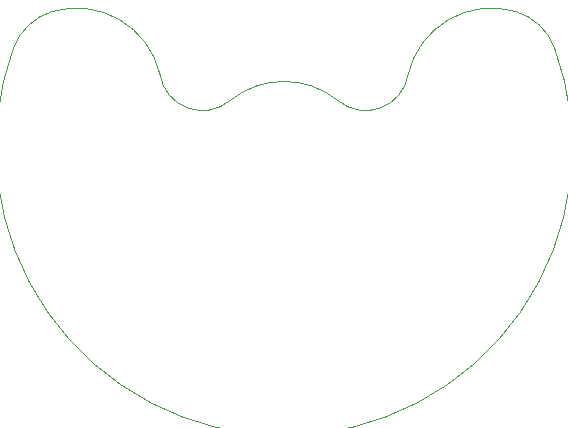
<source format=gm1>
G04 #@! TF.GenerationSoftware,KiCad,Pcbnew,(5.0.1)-3*
G04 #@! TF.CreationDate,2019-01-26T22:39:22-03:30*
G04 #@! TF.ProjectId,Battery Pack,42617474657279205061636B2E6B6963,rev?*
G04 #@! TF.SameCoordinates,Original*
G04 #@! TF.FileFunction,Profile,NP*
%FSLAX46Y46*%
G04 Gerber Fmt 4.6, Leading zero omitted, Abs format (unit mm)*
G04 Created by KiCad (PCBNEW (5.0.1)-3) date 2019-01-26 10:39:22 PM*
%MOMM*%
%LPD*%
G01*
G04 APERTURE LIST*
%ADD10C,0.010000*%
G04 APERTURE END LIST*
D10*
X119612469Y-88499277D02*
G75*
G02X122897359Y-91569641I-1407192J-4797896D01*
G01*
X95460022Y-96017860D02*
G75*
G02X104539978Y-96017860I4539978J-5652530D01*
G01*
X110523648Y-93758390D02*
G75*
G02X119612469Y-88499277I7048393J-1697837D01*
G01*
X110523649Y-93758390D02*
G75*
G02X104539978Y-96017860I-3616628J524879D01*
G01*
X95460022Y-96017859D02*
G75*
G02X89476352Y-93758390I-2367043J2784348D01*
G01*
X80387531Y-88499277D02*
G75*
G02X89476352Y-93758390I2040428J-6956950D01*
G01*
X77102641Y-91569641D02*
G75*
G02X80387531Y-88499277I4692082J-1727532D01*
G01*
X122897359Y-91569641D02*
G75*
G02X77102641Y-91569641I-22897359J-8430359D01*
G01*
M02*

</source>
